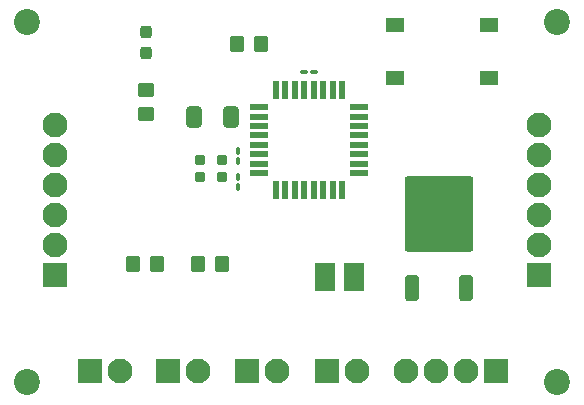
<source format=gbr>
%TF.GenerationSoftware,KiCad,Pcbnew,7.0.6*%
%TF.CreationDate,2024-03-10T00:39:51+00:00*%
%TF.ProjectId,RobotArmMK1.2,526f626f-7441-4726-9d4d-4b312e322e6b,rev?*%
%TF.SameCoordinates,Original*%
%TF.FileFunction,Soldermask,Top*%
%TF.FilePolarity,Negative*%
%FSLAX46Y46*%
G04 Gerber Fmt 4.6, Leading zero omitted, Abs format (unit mm)*
G04 Created by KiCad (PCBNEW 7.0.6) date 2024-03-10 00:39:51*
%MOMM*%
%LPD*%
G01*
G04 APERTURE LIST*
G04 Aperture macros list*
%AMRoundRect*
0 Rectangle with rounded corners*
0 $1 Rounding radius*
0 $2 $3 $4 $5 $6 $7 $8 $9 X,Y pos of 4 corners*
0 Add a 4 corners polygon primitive as box body*
4,1,4,$2,$3,$4,$5,$6,$7,$8,$9,$2,$3,0*
0 Add four circle primitives for the rounded corners*
1,1,$1+$1,$2,$3*
1,1,$1+$1,$4,$5*
1,1,$1+$1,$6,$7*
1,1,$1+$1,$8,$9*
0 Add four rect primitives between the rounded corners*
20,1,$1+$1,$2,$3,$4,$5,0*
20,1,$1+$1,$4,$5,$6,$7,0*
20,1,$1+$1,$6,$7,$8,$9,0*
20,1,$1+$1,$8,$9,$2,$3,0*%
G04 Aperture macros list end*
%ADD10RoundRect,0.100000X0.100000X-0.217500X0.100000X0.217500X-0.100000X0.217500X-0.100000X-0.217500X0*%
%ADD11RoundRect,0.100000X-0.100000X0.217500X-0.100000X-0.217500X0.100000X-0.217500X0.100000X0.217500X0*%
%ADD12RoundRect,0.100000X0.217500X0.100000X-0.217500X0.100000X-0.217500X-0.100000X0.217500X-0.100000X0*%
%ADD13RoundRect,0.250000X0.350000X-0.850000X0.350000X0.850000X-0.350000X0.850000X-0.350000X-0.850000X0*%
%ADD14RoundRect,0.249997X2.650003X-2.950003X2.650003X2.950003X-2.650003X2.950003X-2.650003X-2.950003X0*%
%ADD15C,2.200000*%
%ADD16C,2.100000*%
%ADD17R,2.100000X2.100000*%
%ADD18RoundRect,0.250000X0.350000X0.450000X-0.350000X0.450000X-0.350000X-0.450000X0.350000X-0.450000X0*%
%ADD19R,1.738275X2.413000*%
%ADD20RoundRect,0.237500X0.237500X-0.287500X0.237500X0.287500X-0.237500X0.287500X-0.237500X-0.287500X0*%
%ADD21RoundRect,0.250000X0.412500X0.650000X-0.412500X0.650000X-0.412500X-0.650000X0.412500X-0.650000X0*%
%ADD22R,1.550000X1.300000*%
%ADD23RoundRect,0.200000X-0.250000X0.200000X-0.250000X-0.200000X0.250000X-0.200000X0.250000X0.200000X0*%
%ADD24R,1.600000X0.550000*%
%ADD25R,0.550000X1.600000*%
%ADD26RoundRect,0.250000X0.450000X-0.350000X0.450000X0.350000X-0.450000X0.350000X-0.450000X-0.350000X0*%
%ADD27RoundRect,0.250000X-0.350000X-0.450000X0.350000X-0.450000X0.350000X0.450000X-0.350000X0.450000X0*%
G04 APERTURE END LIST*
D10*
%TO.C,C3*%
X145525000Y-96390000D03*
X145525000Y-97230000D03*
%TD*%
D11*
%TO.C,C4*%
X145525000Y-99470000D03*
X145525000Y-98630000D03*
%TD*%
D12*
%TO.C,C5*%
X151920000Y-89700000D03*
X151080000Y-89700000D03*
%TD*%
D13*
%TO.C,U2*%
X164780000Y-108050000D03*
D14*
X162500000Y-101750000D03*
D13*
X160220000Y-108050000D03*
%TD*%
D15*
%TO.C,H3*%
X172500000Y-85500000D03*
%TD*%
%TO.C,H2*%
X127621320Y-85500000D03*
%TD*%
D16*
%TO.C,J6*%
X159750000Y-115000000D03*
X162290000Y-115000000D03*
X164830000Y-115000000D03*
D17*
X167370000Y-115000000D03*
%TD*%
D16*
%TO.C,J4*%
X142132500Y-115000000D03*
D17*
X139592500Y-115000000D03*
%TD*%
D18*
%TO.C,R2*%
X142100000Y-106000000D03*
X144100000Y-106000000D03*
%TD*%
D19*
%TO.C,C1*%
X155339063Y-107100000D03*
X152860937Y-107100000D03*
%TD*%
D20*
%TO.C,D1*%
X137740000Y-88115000D03*
X137740000Y-86365000D03*
%TD*%
D17*
%TO.C,J7*%
X153000000Y-115000000D03*
D16*
X155540000Y-115000000D03*
%TD*%
D17*
%TO.C,J5*%
X146250000Y-115000000D03*
D16*
X148790000Y-115000000D03*
%TD*%
D17*
%TO.C,J1*%
X130000000Y-106910000D03*
D16*
X130000000Y-104370000D03*
X130000000Y-101830000D03*
X130000000Y-99290000D03*
X130000000Y-96750000D03*
X130000000Y-94210000D03*
%TD*%
D21*
%TO.C,C2*%
X141737500Y-93550000D03*
X144862500Y-93550000D03*
%TD*%
D22*
%TO.C,Reset1*%
X158775000Y-85750000D03*
X166725000Y-85750000D03*
X158775000Y-90250000D03*
X166725000Y-90250000D03*
%TD*%
D17*
%TO.C,J2*%
X171000000Y-106950000D03*
D16*
X171000000Y-104410000D03*
X171000000Y-101870000D03*
X171000000Y-99330000D03*
X171000000Y-96790000D03*
X171000000Y-94250000D03*
%TD*%
D23*
%TO.C,Y1*%
X144150000Y-97175000D03*
X142300000Y-97175000D03*
X142300000Y-98625000D03*
X144150000Y-98625000D03*
%TD*%
D24*
%TO.C,U1*%
X147250000Y-92700000D03*
X147250000Y-93500000D03*
X147250000Y-94300000D03*
X147250000Y-95100000D03*
X147250000Y-95900000D03*
X147250000Y-96700000D03*
X147250000Y-97500000D03*
X147250000Y-98300000D03*
D25*
X148700000Y-99750000D03*
X149500000Y-99750000D03*
X150300000Y-99750000D03*
X151100000Y-99750000D03*
X151900000Y-99750000D03*
X152700000Y-99750000D03*
X153500000Y-99750000D03*
X154300000Y-99750000D03*
D24*
X155750000Y-98300000D03*
X155750000Y-97500000D03*
X155750000Y-96700000D03*
X155750000Y-95900000D03*
X155750000Y-95100000D03*
X155750000Y-94300000D03*
X155750000Y-93500000D03*
X155750000Y-92700000D03*
D25*
X154300000Y-91250000D03*
X153500000Y-91250000D03*
X152700000Y-91250000D03*
X151900000Y-91250000D03*
X151100000Y-91250000D03*
X150300000Y-91250000D03*
X149500000Y-91250000D03*
X148700000Y-91250000D03*
%TD*%
D17*
%TO.C,J3*%
X132960000Y-115000000D03*
D16*
X135500000Y-115000000D03*
%TD*%
D15*
%TO.C,H1*%
X127621320Y-116000000D03*
%TD*%
%TO.C,H4*%
X172500000Y-116000000D03*
%TD*%
D26*
%TO.C,R4*%
X137740000Y-93240000D03*
X137740000Y-91240000D03*
%TD*%
D27*
%TO.C,R3*%
X147430000Y-87370000D03*
X145430000Y-87370000D03*
%TD*%
D18*
%TO.C,R1*%
X138600000Y-106000000D03*
X136600000Y-106000000D03*
%TD*%
M02*

</source>
